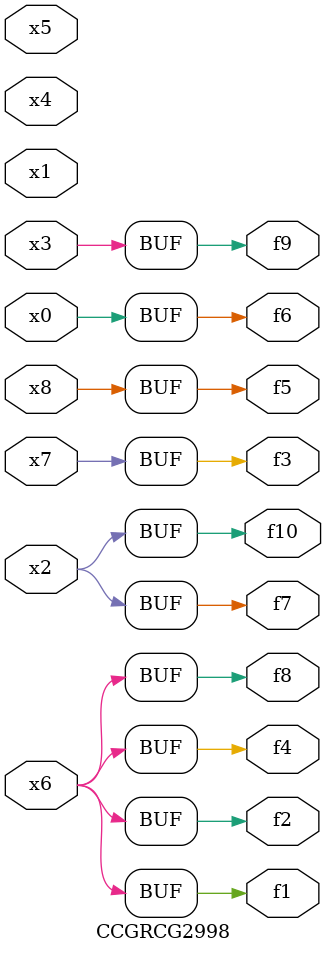
<source format=v>
module CCGRCG2998(
	input x0, x1, x2, x3, x4, x5, x6, x7, x8,
	output f1, f2, f3, f4, f5, f6, f7, f8, f9, f10
);
	assign f1 = x6;
	assign f2 = x6;
	assign f3 = x7;
	assign f4 = x6;
	assign f5 = x8;
	assign f6 = x0;
	assign f7 = x2;
	assign f8 = x6;
	assign f9 = x3;
	assign f10 = x2;
endmodule

</source>
